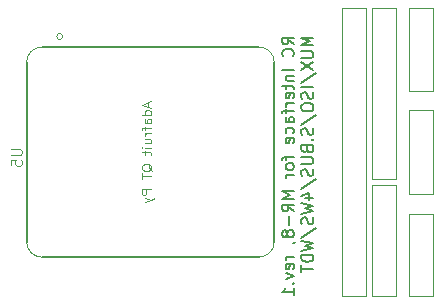
<source format=gbr>
%TF.GenerationSoftware,KiCad,Pcbnew,(5.1.10)-1*%
%TF.CreationDate,2021-10-05T19:45:30+09:00*%
%TF.ProjectId,mr8-iso-mux-sbus-4ws,6d72382d-6973-46f2-9d6d-75782d736275,1*%
%TF.SameCoordinates,Original*%
%TF.FileFunction,Legend,Bot*%
%TF.FilePolarity,Positive*%
%FSLAX46Y46*%
G04 Gerber Fmt 4.6, Leading zero omitted, Abs format (unit mm)*
G04 Created by KiCad (PCBNEW (5.1.10)-1) date 2021-10-05 19:45:30*
%MOMM*%
%LPD*%
G01*
G04 APERTURE LIST*
%ADD10C,0.120000*%
%ADD11C,0.150000*%
%ADD12C,0.127000*%
%ADD13C,0.100000*%
%ADD14C,0.101600*%
G04 APERTURE END LIST*
D10*
X135509000Y-76708000D02*
X135509000Y-83693000D01*
X137541000Y-76708000D02*
X135509000Y-76708000D01*
X137541000Y-83693000D02*
X137541000Y-76708000D01*
X135509000Y-83693000D02*
X137541000Y-83693000D01*
X135509000Y-85344000D02*
X135509000Y-92456000D01*
X137541000Y-85344000D02*
X135509000Y-85344000D01*
X137541000Y-92456000D02*
X137541000Y-85344000D01*
X135509000Y-92456000D02*
X137541000Y-92456000D01*
X137541000Y-94107000D02*
X135509000Y-94107000D01*
X137541000Y-101092000D02*
X137541000Y-94107000D01*
X135509000Y-101092000D02*
X137541000Y-101092000D01*
X135509000Y-94107000D02*
X135509000Y-101092000D01*
X134366000Y-91694000D02*
X132334000Y-91694000D01*
X134366000Y-101092000D02*
X134366000Y-91694000D01*
X132334000Y-101092000D02*
X134366000Y-101092000D01*
X132334000Y-91694000D02*
X132334000Y-101092000D01*
X134366000Y-76708000D02*
X132334000Y-76708000D01*
X134366000Y-91186000D02*
X134366000Y-76708000D01*
X132334000Y-91186000D02*
X134366000Y-91186000D01*
X132334000Y-76708000D02*
X132334000Y-91186000D01*
X131826000Y-76708000D02*
X129794000Y-76708000D01*
X131826000Y-101092000D02*
X131826000Y-76708000D01*
X129794000Y-101092000D02*
X131826000Y-101092000D01*
X129794000Y-76708000D02*
X129794000Y-101092000D01*
D11*
X125738380Y-79774023D02*
X125262190Y-79440690D01*
X125738380Y-79202595D02*
X124738380Y-79202595D01*
X124738380Y-79583547D01*
X124786000Y-79678785D01*
X124833619Y-79726404D01*
X124928857Y-79774023D01*
X125071714Y-79774023D01*
X125166952Y-79726404D01*
X125214571Y-79678785D01*
X125262190Y-79583547D01*
X125262190Y-79202595D01*
X125643142Y-80774023D02*
X125690761Y-80726404D01*
X125738380Y-80583547D01*
X125738380Y-80488309D01*
X125690761Y-80345452D01*
X125595523Y-80250214D01*
X125500285Y-80202595D01*
X125309809Y-80154976D01*
X125166952Y-80154976D01*
X124976476Y-80202595D01*
X124881238Y-80250214D01*
X124786000Y-80345452D01*
X124738380Y-80488309D01*
X124738380Y-80583547D01*
X124786000Y-80726404D01*
X124833619Y-80774023D01*
X125738380Y-81964500D02*
X124738380Y-81964500D01*
X125071714Y-82440690D02*
X125738380Y-82440690D01*
X125166952Y-82440690D02*
X125119333Y-82488309D01*
X125071714Y-82583547D01*
X125071714Y-82726404D01*
X125119333Y-82821642D01*
X125214571Y-82869261D01*
X125738380Y-82869261D01*
X125071714Y-83202595D02*
X125071714Y-83583547D01*
X124738380Y-83345452D02*
X125595523Y-83345452D01*
X125690761Y-83393071D01*
X125738380Y-83488309D01*
X125738380Y-83583547D01*
X125690761Y-84297833D02*
X125738380Y-84202595D01*
X125738380Y-84012119D01*
X125690761Y-83916880D01*
X125595523Y-83869261D01*
X125214571Y-83869261D01*
X125119333Y-83916880D01*
X125071714Y-84012119D01*
X125071714Y-84202595D01*
X125119333Y-84297833D01*
X125214571Y-84345452D01*
X125309809Y-84345452D01*
X125405047Y-83869261D01*
X125738380Y-84774023D02*
X125071714Y-84774023D01*
X125262190Y-84774023D02*
X125166952Y-84821642D01*
X125119333Y-84869261D01*
X125071714Y-84964500D01*
X125071714Y-85059738D01*
X125071714Y-85250214D02*
X125071714Y-85631166D01*
X125738380Y-85393071D02*
X124881238Y-85393071D01*
X124786000Y-85440690D01*
X124738380Y-85535928D01*
X124738380Y-85631166D01*
X125738380Y-86393071D02*
X125214571Y-86393071D01*
X125119333Y-86345452D01*
X125071714Y-86250214D01*
X125071714Y-86059738D01*
X125119333Y-85964500D01*
X125690761Y-86393071D02*
X125738380Y-86297833D01*
X125738380Y-86059738D01*
X125690761Y-85964500D01*
X125595523Y-85916880D01*
X125500285Y-85916880D01*
X125405047Y-85964500D01*
X125357428Y-86059738D01*
X125357428Y-86297833D01*
X125309809Y-86393071D01*
X125690761Y-87297833D02*
X125738380Y-87202595D01*
X125738380Y-87012119D01*
X125690761Y-86916880D01*
X125643142Y-86869261D01*
X125547904Y-86821642D01*
X125262190Y-86821642D01*
X125166952Y-86869261D01*
X125119333Y-86916880D01*
X125071714Y-87012119D01*
X125071714Y-87202595D01*
X125119333Y-87297833D01*
X125690761Y-88107357D02*
X125738380Y-88012119D01*
X125738380Y-87821642D01*
X125690761Y-87726404D01*
X125595523Y-87678785D01*
X125214571Y-87678785D01*
X125119333Y-87726404D01*
X125071714Y-87821642D01*
X125071714Y-88012119D01*
X125119333Y-88107357D01*
X125214571Y-88154976D01*
X125309809Y-88154976D01*
X125405047Y-87678785D01*
X125071714Y-89202595D02*
X125071714Y-89583547D01*
X125738380Y-89345452D02*
X124881238Y-89345452D01*
X124786000Y-89393071D01*
X124738380Y-89488309D01*
X124738380Y-89583547D01*
X125738380Y-90059738D02*
X125690761Y-89964500D01*
X125643142Y-89916880D01*
X125547904Y-89869261D01*
X125262190Y-89869261D01*
X125166952Y-89916880D01*
X125119333Y-89964500D01*
X125071714Y-90059738D01*
X125071714Y-90202595D01*
X125119333Y-90297833D01*
X125166952Y-90345452D01*
X125262190Y-90393071D01*
X125547904Y-90393071D01*
X125643142Y-90345452D01*
X125690761Y-90297833D01*
X125738380Y-90202595D01*
X125738380Y-90059738D01*
X125738380Y-90821642D02*
X125071714Y-90821642D01*
X125262190Y-90821642D02*
X125166952Y-90869261D01*
X125119333Y-90916880D01*
X125071714Y-91012119D01*
X125071714Y-91107357D01*
X125738380Y-92202595D02*
X124738380Y-92202595D01*
X125452666Y-92535928D01*
X124738380Y-92869261D01*
X125738380Y-92869261D01*
X125738380Y-93916880D02*
X125262190Y-93583547D01*
X125738380Y-93345452D02*
X124738380Y-93345452D01*
X124738380Y-93726404D01*
X124786000Y-93821642D01*
X124833619Y-93869261D01*
X124928857Y-93916880D01*
X125071714Y-93916880D01*
X125166952Y-93869261D01*
X125214571Y-93821642D01*
X125262190Y-93726404D01*
X125262190Y-93345452D01*
X125357428Y-94345452D02*
X125357428Y-95107357D01*
X125166952Y-95726404D02*
X125119333Y-95631166D01*
X125071714Y-95583547D01*
X124976476Y-95535928D01*
X124928857Y-95535928D01*
X124833619Y-95583547D01*
X124786000Y-95631166D01*
X124738380Y-95726404D01*
X124738380Y-95916880D01*
X124786000Y-96012119D01*
X124833619Y-96059738D01*
X124928857Y-96107357D01*
X124976476Y-96107357D01*
X125071714Y-96059738D01*
X125119333Y-96012119D01*
X125166952Y-95916880D01*
X125166952Y-95726404D01*
X125214571Y-95631166D01*
X125262190Y-95583547D01*
X125357428Y-95535928D01*
X125547904Y-95535928D01*
X125643142Y-95583547D01*
X125690761Y-95631166D01*
X125738380Y-95726404D01*
X125738380Y-95916880D01*
X125690761Y-96012119D01*
X125643142Y-96059738D01*
X125547904Y-96107357D01*
X125357428Y-96107357D01*
X125262190Y-96059738D01*
X125214571Y-96012119D01*
X125166952Y-95916880D01*
X125690761Y-96583547D02*
X125738380Y-96583547D01*
X125833619Y-96535928D01*
X125881238Y-96488309D01*
X125738380Y-97774023D02*
X125071714Y-97774023D01*
X125262190Y-97774023D02*
X125166952Y-97821642D01*
X125119333Y-97869261D01*
X125071714Y-97964500D01*
X125071714Y-98059738D01*
X125690761Y-98774023D02*
X125738380Y-98678785D01*
X125738380Y-98488309D01*
X125690761Y-98393071D01*
X125595523Y-98345452D01*
X125214571Y-98345452D01*
X125119333Y-98393071D01*
X125071714Y-98488309D01*
X125071714Y-98678785D01*
X125119333Y-98774023D01*
X125214571Y-98821642D01*
X125309809Y-98821642D01*
X125405047Y-98345452D01*
X125071714Y-99154976D02*
X125738380Y-99393071D01*
X125071714Y-99631166D01*
X125643142Y-100012119D02*
X125690761Y-100059738D01*
X125738380Y-100012119D01*
X125690761Y-99964500D01*
X125643142Y-100012119D01*
X125738380Y-100012119D01*
X125738380Y-101012119D02*
X125738380Y-100440690D01*
X125738380Y-100726404D02*
X124738380Y-100726404D01*
X124881238Y-100631166D01*
X124976476Y-100535928D01*
X125024095Y-100440690D01*
X127388380Y-79202595D02*
X126388380Y-79202595D01*
X127102666Y-79535928D01*
X126388380Y-79869261D01*
X127388380Y-79869261D01*
X126388380Y-80345452D02*
X127197904Y-80345452D01*
X127293142Y-80393071D01*
X127340761Y-80440690D01*
X127388380Y-80535928D01*
X127388380Y-80726404D01*
X127340761Y-80821642D01*
X127293142Y-80869261D01*
X127197904Y-80916880D01*
X126388380Y-80916880D01*
X126388380Y-81297833D02*
X127388380Y-81964500D01*
X126388380Y-81964500D02*
X127388380Y-81297833D01*
X126340761Y-83059738D02*
X127626476Y-82202595D01*
X127388380Y-83393071D02*
X126388380Y-83393071D01*
X127340761Y-83821642D02*
X127388380Y-83964500D01*
X127388380Y-84202595D01*
X127340761Y-84297833D01*
X127293142Y-84345452D01*
X127197904Y-84393071D01*
X127102666Y-84393071D01*
X127007428Y-84345452D01*
X126959809Y-84297833D01*
X126912190Y-84202595D01*
X126864571Y-84012119D01*
X126816952Y-83916880D01*
X126769333Y-83869261D01*
X126674095Y-83821642D01*
X126578857Y-83821642D01*
X126483619Y-83869261D01*
X126436000Y-83916880D01*
X126388380Y-84012119D01*
X126388380Y-84250214D01*
X126436000Y-84393071D01*
X126388380Y-85012119D02*
X126388380Y-85202595D01*
X126436000Y-85297833D01*
X126531238Y-85393071D01*
X126721714Y-85440690D01*
X127055047Y-85440690D01*
X127245523Y-85393071D01*
X127340761Y-85297833D01*
X127388380Y-85202595D01*
X127388380Y-85012119D01*
X127340761Y-84916880D01*
X127245523Y-84821642D01*
X127055047Y-84774023D01*
X126721714Y-84774023D01*
X126531238Y-84821642D01*
X126436000Y-84916880D01*
X126388380Y-85012119D01*
X126340761Y-86583547D02*
X127626476Y-85726404D01*
X127340761Y-86869261D02*
X127388380Y-87012119D01*
X127388380Y-87250214D01*
X127340761Y-87345452D01*
X127293142Y-87393071D01*
X127197904Y-87440690D01*
X127102666Y-87440690D01*
X127007428Y-87393071D01*
X126959809Y-87345452D01*
X126912190Y-87250214D01*
X126864571Y-87059738D01*
X126816952Y-86964500D01*
X126769333Y-86916880D01*
X126674095Y-86869261D01*
X126578857Y-86869261D01*
X126483619Y-86916880D01*
X126436000Y-86964500D01*
X126388380Y-87059738D01*
X126388380Y-87297833D01*
X126436000Y-87440690D01*
X127293142Y-87869261D02*
X127340761Y-87916880D01*
X127388380Y-87869261D01*
X127340761Y-87821642D01*
X127293142Y-87869261D01*
X127388380Y-87869261D01*
X126864571Y-88678785D02*
X126912190Y-88821642D01*
X126959809Y-88869261D01*
X127055047Y-88916880D01*
X127197904Y-88916880D01*
X127293142Y-88869261D01*
X127340761Y-88821642D01*
X127388380Y-88726404D01*
X127388380Y-88345452D01*
X126388380Y-88345452D01*
X126388380Y-88678785D01*
X126436000Y-88774023D01*
X126483619Y-88821642D01*
X126578857Y-88869261D01*
X126674095Y-88869261D01*
X126769333Y-88821642D01*
X126816952Y-88774023D01*
X126864571Y-88678785D01*
X126864571Y-88345452D01*
X126388380Y-89345452D02*
X127197904Y-89345452D01*
X127293142Y-89393071D01*
X127340761Y-89440690D01*
X127388380Y-89535928D01*
X127388380Y-89726404D01*
X127340761Y-89821642D01*
X127293142Y-89869261D01*
X127197904Y-89916880D01*
X126388380Y-89916880D01*
X127340761Y-90345452D02*
X127388380Y-90488309D01*
X127388380Y-90726404D01*
X127340761Y-90821642D01*
X127293142Y-90869261D01*
X127197904Y-90916880D01*
X127102666Y-90916880D01*
X127007428Y-90869261D01*
X126959809Y-90821642D01*
X126912190Y-90726404D01*
X126864571Y-90535928D01*
X126816952Y-90440690D01*
X126769333Y-90393071D01*
X126674095Y-90345452D01*
X126578857Y-90345452D01*
X126483619Y-90393071D01*
X126436000Y-90440690D01*
X126388380Y-90535928D01*
X126388380Y-90774023D01*
X126436000Y-90916880D01*
X126340761Y-92059738D02*
X127626476Y-91202595D01*
X126721714Y-92821642D02*
X127388380Y-92821642D01*
X126340761Y-92583547D02*
X127055047Y-92345452D01*
X127055047Y-92964500D01*
X126388380Y-93250214D02*
X127388380Y-93488309D01*
X126674095Y-93678785D01*
X127388380Y-93869261D01*
X126388380Y-94107357D01*
X127340761Y-94440690D02*
X127388380Y-94583547D01*
X127388380Y-94821642D01*
X127340761Y-94916880D01*
X127293142Y-94964500D01*
X127197904Y-95012119D01*
X127102666Y-95012119D01*
X127007428Y-94964500D01*
X126959809Y-94916880D01*
X126912190Y-94821642D01*
X126864571Y-94631166D01*
X126816952Y-94535928D01*
X126769333Y-94488309D01*
X126674095Y-94440690D01*
X126578857Y-94440690D01*
X126483619Y-94488309D01*
X126436000Y-94535928D01*
X126388380Y-94631166D01*
X126388380Y-94869261D01*
X126436000Y-95012119D01*
X126340761Y-96154976D02*
X127626476Y-95297833D01*
X126388380Y-96393071D02*
X127388380Y-96631166D01*
X126674095Y-96821642D01*
X127388380Y-97012119D01*
X126388380Y-97250214D01*
X127388380Y-97631166D02*
X126388380Y-97631166D01*
X126388380Y-97869261D01*
X126436000Y-98012119D01*
X126531238Y-98107357D01*
X126626476Y-98154976D01*
X126816952Y-98202595D01*
X126959809Y-98202595D01*
X127150285Y-98154976D01*
X127245523Y-98107357D01*
X127340761Y-98012119D01*
X127388380Y-97869261D01*
X127388380Y-97631166D01*
X126388380Y-98488309D02*
X126388380Y-99059738D01*
X127388380Y-98774023D02*
X126388380Y-98774023D01*
D12*
%TO.C,U5*%
X124079000Y-81280000D02*
X124079000Y-96520000D01*
X122809000Y-97790000D02*
X104394000Y-97790000D01*
X103124000Y-96520000D02*
X103124000Y-81280000D01*
X104394000Y-80010000D02*
X122809000Y-80010000D01*
D13*
X106172000Y-79121000D02*
G75*
G03*
X106172000Y-79121000I-254000J0D01*
G01*
D10*
X104394000Y-80010000D02*
G75*
G03*
X103124000Y-81280000I0J-1270000D01*
G01*
X103124000Y-96520000D02*
G75*
G03*
X104394000Y-97790000I1270000J0D01*
G01*
X122809000Y-97790000D02*
G75*
G03*
X124079000Y-96520000I0J1270000D01*
G01*
X124079000Y-81280000D02*
G75*
G03*
X122809000Y-80010000I-1270000J0D01*
G01*
D14*
X101811666Y-88667166D02*
X102531333Y-88667166D01*
X102616000Y-88709500D01*
X102658333Y-88751833D01*
X102700666Y-88836500D01*
X102700666Y-89005833D01*
X102658333Y-89090500D01*
X102616000Y-89132833D01*
X102531333Y-89175166D01*
X101811666Y-89175166D01*
X101811666Y-90021833D02*
X101811666Y-89598500D01*
X102235000Y-89556166D01*
X102192666Y-89598500D01*
X102150333Y-89683166D01*
X102150333Y-89894833D01*
X102192666Y-89979500D01*
X102235000Y-90021833D01*
X102319666Y-90064166D01*
X102531333Y-90064166D01*
X102616000Y-90021833D01*
X102658333Y-89979500D01*
X102700666Y-89894833D01*
X102700666Y-89683166D01*
X102658333Y-89598500D01*
X102616000Y-89556166D01*
D13*
X113417333Y-84690476D02*
X113417333Y-85071428D01*
X113645904Y-84614285D02*
X112845904Y-84880952D01*
X113645904Y-85147619D01*
X113645904Y-85757142D02*
X112845904Y-85757142D01*
X113607809Y-85757142D02*
X113645904Y-85680952D01*
X113645904Y-85528571D01*
X113607809Y-85452380D01*
X113569714Y-85414285D01*
X113493523Y-85376190D01*
X113264952Y-85376190D01*
X113188761Y-85414285D01*
X113150666Y-85452380D01*
X113112571Y-85528571D01*
X113112571Y-85680952D01*
X113150666Y-85757142D01*
X113645904Y-86480952D02*
X113226857Y-86480952D01*
X113150666Y-86442857D01*
X113112571Y-86366666D01*
X113112571Y-86214285D01*
X113150666Y-86138095D01*
X113607809Y-86480952D02*
X113645904Y-86404761D01*
X113645904Y-86214285D01*
X113607809Y-86138095D01*
X113531619Y-86100000D01*
X113455428Y-86100000D01*
X113379238Y-86138095D01*
X113341142Y-86214285D01*
X113341142Y-86404761D01*
X113303047Y-86480952D01*
X113112571Y-86747619D02*
X113112571Y-87052380D01*
X113645904Y-86861904D02*
X112960190Y-86861904D01*
X112884000Y-86900000D01*
X112845904Y-86976190D01*
X112845904Y-87052380D01*
X113645904Y-87319047D02*
X113112571Y-87319047D01*
X113264952Y-87319047D02*
X113188761Y-87357142D01*
X113150666Y-87395238D01*
X113112571Y-87471428D01*
X113112571Y-87547619D01*
X113112571Y-88157142D02*
X113645904Y-88157142D01*
X113112571Y-87814285D02*
X113531619Y-87814285D01*
X113607809Y-87852380D01*
X113645904Y-87928571D01*
X113645904Y-88042857D01*
X113607809Y-88119047D01*
X113569714Y-88157142D01*
X113645904Y-88538095D02*
X113112571Y-88538095D01*
X112845904Y-88538095D02*
X112884000Y-88500000D01*
X112922095Y-88538095D01*
X112884000Y-88576190D01*
X112845904Y-88538095D01*
X112922095Y-88538095D01*
X113112571Y-88804761D02*
X113112571Y-89109523D01*
X112845904Y-88919047D02*
X113531619Y-88919047D01*
X113607809Y-88957142D01*
X113645904Y-89033333D01*
X113645904Y-89109523D01*
X113722095Y-90519047D02*
X113684000Y-90442857D01*
X113607809Y-90366666D01*
X113493523Y-90252380D01*
X113455428Y-90176190D01*
X113455428Y-90100000D01*
X113645904Y-90138095D02*
X113607809Y-90061904D01*
X113531619Y-89985714D01*
X113379238Y-89947619D01*
X113112571Y-89947619D01*
X112960190Y-89985714D01*
X112884000Y-90061904D01*
X112845904Y-90138095D01*
X112845904Y-90290476D01*
X112884000Y-90366666D01*
X112960190Y-90442857D01*
X113112571Y-90480952D01*
X113379238Y-90480952D01*
X113531619Y-90442857D01*
X113607809Y-90366666D01*
X113645904Y-90290476D01*
X113645904Y-90138095D01*
X112845904Y-90709523D02*
X112845904Y-91166666D01*
X113645904Y-90938095D02*
X112845904Y-90938095D01*
X113645904Y-92042857D02*
X112845904Y-92042857D01*
X112845904Y-92347619D01*
X112884000Y-92423809D01*
X112922095Y-92461904D01*
X112998285Y-92500000D01*
X113112571Y-92500000D01*
X113188761Y-92461904D01*
X113226857Y-92423809D01*
X113264952Y-92347619D01*
X113264952Y-92042857D01*
X113112571Y-92766666D02*
X113645904Y-92957142D01*
X113112571Y-93147619D02*
X113645904Y-92957142D01*
X113836380Y-92880952D01*
X113874476Y-92842857D01*
X113912571Y-92766666D01*
%TD*%
M02*

</source>
